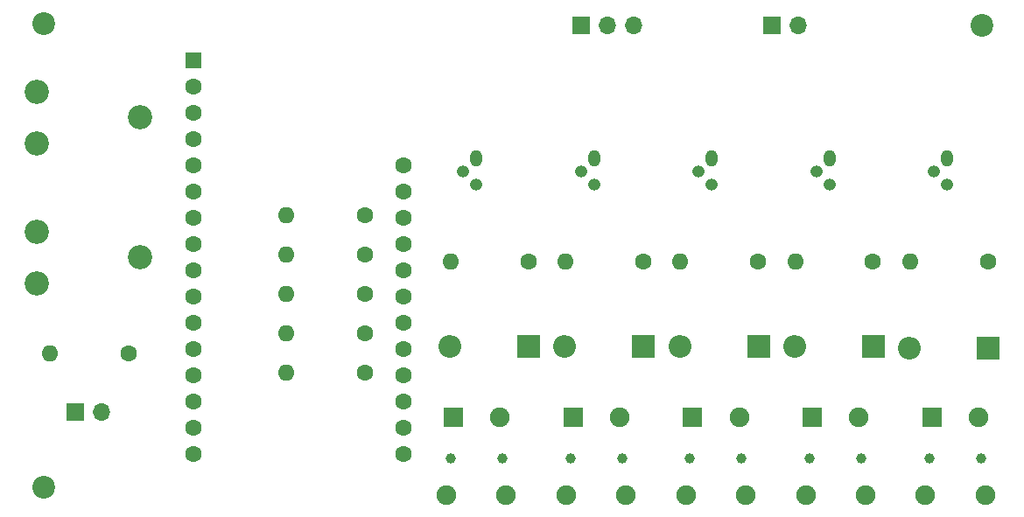
<source format=gbr>
%TF.GenerationSoftware,KiCad,Pcbnew,(6.0.5-0)*%
%TF.CreationDate,2022-05-25T14:46:03+02:00*%
%TF.ProjectId,vibrant,76696272-616e-4742-9e6b-696361645f70,rev?*%
%TF.SameCoordinates,Original*%
%TF.FileFunction,Soldermask,Bot*%
%TF.FilePolarity,Negative*%
%FSLAX46Y46*%
G04 Gerber Fmt 4.6, Leading zero omitted, Abs format (unit mm)*
G04 Created by KiCad (PCBNEW (6.0.5-0)) date 2022-05-25 14:46:03*
%MOMM*%
%LPD*%
G01*
G04 APERTURE LIST*
%ADD10O,1.200000X1.200000*%
%ADD11O,1.200000X1.600000*%
%ADD12C,1.600000*%
%ADD13R,1.600000X1.600000*%
%ADD14O,1.600000X1.600000*%
%ADD15R,1.700000X1.700000*%
%ADD16O,1.700000X1.700000*%
%ADD17C,1.000000*%
%ADD18R,1.900000X1.900000*%
%ADD19C,1.900000*%
%ADD20C,2.340000*%
%ADD21C,2.200000*%
%ADD22R,2.200000X2.200000*%
%ADD23O,2.200000X2.200000*%
G04 APERTURE END LIST*
D10*
%TO.C,NPN1*%
X116655276Y-68764724D03*
X115385276Y-67494724D03*
D11*
X116655276Y-66224724D03*
%TD*%
D12*
%TO.C,BRAIN1*%
X64109600Y-66929000D03*
X64109600Y-69469000D03*
X64109600Y-72009000D03*
X64109600Y-74549000D03*
X64109600Y-77089000D03*
X64109600Y-79629000D03*
X64109600Y-82169000D03*
X64109600Y-84709000D03*
X64109600Y-87249000D03*
X64109600Y-89789000D03*
X64109600Y-92329000D03*
X64109600Y-94869000D03*
X43789600Y-94869000D03*
X43789600Y-92329000D03*
X43789600Y-89789000D03*
X43789600Y-87249000D03*
X43789600Y-84709000D03*
X43789600Y-82169000D03*
X43789600Y-79629000D03*
X43789600Y-77089000D03*
X43789600Y-74549000D03*
X43789600Y-72009000D03*
X43789600Y-69469000D03*
X43789600Y-66929000D03*
X43789600Y-64389000D03*
X43789600Y-61849000D03*
X43789600Y-59309000D03*
D13*
X43789600Y-56769000D03*
%TD*%
D10*
%TO.C,NPN5*%
X71120000Y-68764724D03*
X69850000Y-67494724D03*
D11*
X71120000Y-66224724D03*
%TD*%
D14*
%TO.C,R5*%
X52705000Y-86995000D03*
D12*
X60325000Y-86995000D03*
%TD*%
D15*
%TO.C,GP-Switch*%
X81280000Y-53340000D03*
D16*
X83820000Y-53340000D03*
X86360000Y-53340000D03*
%TD*%
D17*
%TO.C,M5*%
X68620000Y-95290000D03*
X73620000Y-95290000D03*
D18*
X68870000Y-91290000D03*
D19*
X73370000Y-91290000D03*
X68220000Y-98790000D03*
X74020000Y-98790000D03*
%TD*%
%TO.C,M4*%
X85608750Y-98790000D03*
X79808750Y-98790000D03*
X84958750Y-91290000D03*
D18*
X80458750Y-91290000D03*
D17*
X85208750Y-95290000D03*
X80208750Y-95290000D03*
%TD*%
D19*
%TO.C,M3*%
X97197500Y-98790000D03*
X91397500Y-98790000D03*
X96547500Y-91290000D03*
D18*
X92047500Y-91290000D03*
D17*
X96797500Y-95290000D03*
X91797500Y-95290000D03*
%TD*%
D19*
%TO.C,M2*%
X108786250Y-98790000D03*
X102986250Y-98790000D03*
X108136250Y-91290000D03*
D18*
X103636250Y-91290000D03*
D17*
X108386250Y-95290000D03*
X103386250Y-95290000D03*
%TD*%
D15*
%TO.C,J1_Battery1*%
X99695000Y-53340000D03*
D16*
X102235000Y-53340000D03*
%TD*%
D19*
%TO.C,M1*%
X120375000Y-98790000D03*
X114575000Y-98790000D03*
X119725000Y-91290000D03*
D18*
X115225000Y-91290000D03*
D17*
X119975000Y-95290000D03*
X114975000Y-95290000D03*
%TD*%
D20*
%TO.C,RV1-Potencia1*%
X28572900Y-64755800D03*
X38572900Y-62255800D03*
X28572900Y-59755800D03*
%TD*%
D12*
%TO.C,CAP4*%
X87252500Y-76200000D03*
D14*
X79752500Y-76200000D03*
%TD*%
D12*
%TO.C,R4*%
X60325000Y-83185000D03*
D14*
X52705000Y-83185000D03*
%TD*%
D12*
%TO.C,CAP5*%
X76140000Y-76200000D03*
D14*
X68640000Y-76200000D03*
%TD*%
D21*
%TO.C,Fast*%
X29311600Y-98018600D03*
%TD*%
D10*
%TO.C,NPN4*%
X82503819Y-68764724D03*
X81233819Y-67494724D03*
D11*
X82503819Y-66224724D03*
%TD*%
D15*
%TO.C,SW-Mode1*%
X32297900Y-90805000D03*
D16*
X34837900Y-90805000D03*
%TD*%
D12*
%TO.C,CAP1*%
X120590000Y-76200000D03*
D14*
X113090000Y-76200000D03*
%TD*%
D21*
%TO.C,Fast*%
X120015000Y-53311000D03*
%TD*%
D22*
%TO.C,D2*%
X109537500Y-84455000D03*
D23*
X101917500Y-84455000D03*
%TD*%
D22*
%TO.C,D3*%
X98425000Y-84455000D03*
D23*
X90805000Y-84455000D03*
%TD*%
D10*
%TO.C,NPN3*%
X93887638Y-68764724D03*
X92617638Y-67494724D03*
D11*
X93887638Y-66224724D03*
%TD*%
D22*
%TO.C,D4*%
X87312500Y-84455000D03*
D23*
X79692500Y-84455000D03*
%TD*%
D12*
%TO.C,CAP2*%
X109477500Y-76200000D03*
D14*
X101977500Y-76200000D03*
%TD*%
D21*
%TO.C,Fast*%
X29311600Y-53187600D03*
%TD*%
D12*
%TO.C,R6-10K1*%
X37465000Y-85090000D03*
D14*
X29845000Y-85090000D03*
%TD*%
D12*
%TO.C,CAP3*%
X98365000Y-76200000D03*
D14*
X90865000Y-76200000D03*
%TD*%
D12*
%TO.C,R3*%
X60325000Y-79375000D03*
D14*
X52705000Y-79375000D03*
%TD*%
D12*
%TO.C,R2*%
X60325000Y-75565000D03*
D14*
X52705000Y-75565000D03*
%TD*%
D20*
%TO.C,RV2-Velocidad1*%
X28572900Y-78294000D03*
X38572900Y-75794000D03*
X28572900Y-73294000D03*
%TD*%
D10*
%TO.C,NPN2*%
X105271457Y-68764724D03*
X104001457Y-67494724D03*
D11*
X105271457Y-66224724D03*
%TD*%
D22*
%TO.C,D1*%
X120650000Y-84583807D03*
D23*
X113030000Y-84583807D03*
%TD*%
D22*
%TO.C,D5*%
X76200000Y-84455000D03*
D23*
X68580000Y-84455000D03*
%TD*%
D12*
%TO.C,R1*%
X60325000Y-71755000D03*
D14*
X52705000Y-71755000D03*
%TD*%
M02*

</source>
